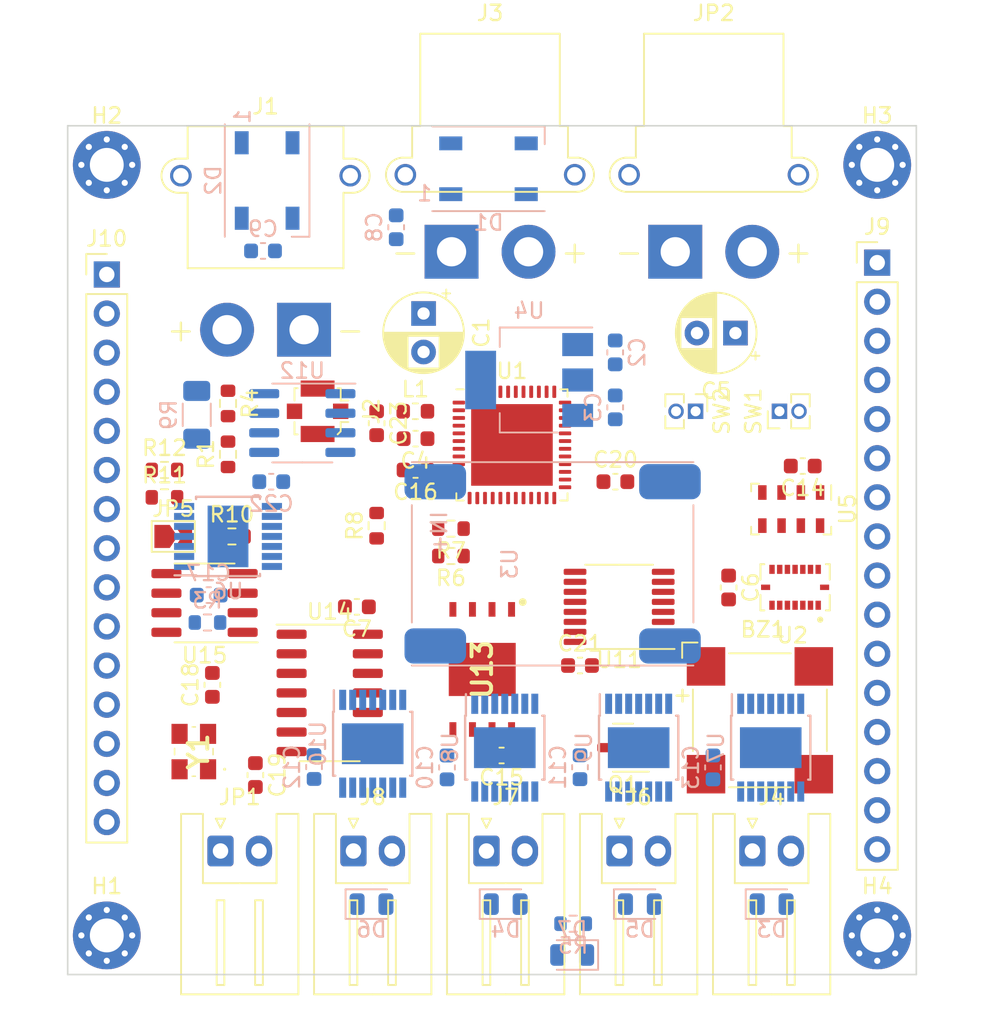
<source format=kicad_pcb>
(kicad_pcb (version 20211014) (generator pcbnew)
  (title_block (rev "1"))
  (layers (0 "F.Cu" signal "Front") (1 "In1.Cu" signal) (2 "In2.Cu" signal) (31 "B.Cu" signal "Back") (34 "B.Paste" user) (35 "F.Paste" user) (36 "B.SilkS" user "B.Silkscreen") (37 "F.SilkS" user "F.Silkscreen") (38 "B.Mask" user) (39 "F.Mask" user) (44 "Edge.Cuts" user))
  (net 0 "")
  (net 1 "+5V")
  (net 2 "Net-(BZ1-Pad2)")
  (net 3 "Earth")
  (net 4 "+BATT")
  (net 5 "/GND")
  (net 6 "VCC")
  (net 7 "+3V3")
  (net 8 "/CAN_CS")
  (net 9 "/FLASH_CS")
  (net 10 "/HSPI_SCK")
  (net 11 "/HSPI_MISO")
  (net 13 "/HSPI_MOSI")
  (net 14 "/BOOTLOADER")
  (net 16 "/PYRO_1")
  (net 17 "/PYRO_2")
  (net 18 "/PYRO_3")
  (net 20 "/SDA1")
  (net 23 "/SCL1")
  (net 26 "Net-(J2-Pad1)")
  (net 27 "Net-(D1-Pad4)")
  (net 30 "/VSPI_SCK")
  (net 31 "/VSPI_MISO")
  (net 32 "/LED_TX")
  (net 33 "/3V3")
  (net 34 "/VSPI_MOSI")
  (net 35 "Net-(U2-Pad12)")
  (net 37 "/PYRO_4")
  (net 38 "/5V")
  (net 39 "/EDDA_EN")
  (net 40 "/EDDA_PWR")
  (net 41 "Net-(C18-Pad1)")
  (net 42 "Net-(C19-Pad1)")
  (net 43 "Net-(D7-Pad1)")
  (net 44 "/RX0")
  (net 45 "/TX0")
  (net 46 "/RX1")
  (net 47 "/CAN_L")
  (net 48 "/CAN_H")
  (net 49 "Net-(JP1-Pad2)")
  (net 50 "/CAN_RX")
  (net 51 "/CAN_TX")
  (net 52 "Net-(JP5-Pad1)")
  (net 53 "/CAN_IRQ")
  (net 58 "/TX1")
  (net 59 "/RX2")
  (net 60 "/TX2")
  (net 61 "/MISC_GPIO0")
  (net 62 "/MISC_GPIO1")
  (net 64 "/MISC_GPIO2")
  (net 67 "/SDA0")
  (net 68 "/SCL0")
  (net 69 "/MISC_IO0")
  (net 70 "/LED_RMT")
  (net 71 "/MISC_IO2")
  (net 72 "/MISC_IO1")
  (net 75 "/MISC_IO3")
  (net 84 "Net-(J1-Pad2)")
  (net 85 "/BUZZER")
  (net 86 "Net-(R8-Pad2)")
  (net 91 "Net-(U1-Pad2)")
  (footprint "lib:SON127P800X600X80-9N-D" (layer "F.Cu") (at 220.282887 133.63 -90)
    (fp_text reference "U13" (at 0 0 90) (layer "F.SilkS") (effects (font (size 1.27 1.27) (thickness 0.254))))
    (fp_text value "W25N02KVZEIR" hide)
    (pad "1" smd rect locked (at -3.9 -1.905) (size 0.45 0.95) (layers "F.Cu" "F.Paste" "F.Mask") (net 9 "/FLASH_CS"))
    (pad "2" smd rect locked (at -3.9 -0.635) (size 0.45 0.95) (layers "F.Cu" "F.Paste" "F.Mask") (net 11 "/HSPI_MISO"))
    (pad "3" smd rect locked (at -3.9 0.635) (size 0.45 0.95) (layers "F.Cu" "F.Paste" "F.Mask") (net 7 "+3V3"))
    (pad "4" smd rect locked (at -3.9 1.905) (size 0.45 0.95) (layers "F.Cu" "F.Paste" "F.Mask") (net 3 "Earth"))
    (pad "5" smd rect locked (at 3.9 1.905) (size 0.45 0.95) (layers "F.Cu" "F.Paste" "F.Mask") (net 13 "/HSPI_MOSI"))
    (pad "6" smd rect locked (at 3.9 0.635) (size 0.45 0.95) (layers "F.Cu" "F.Paste" "F.Mask") (net 10 "/HSPI_SCK"))
    (pad "7" smd rect locked (at 3.9 -0.635) (size 0.45 0.95) (layers "F.Cu" "F.Paste" "F.Mask") (net 7 "+3V3"))
    (pad "8" smd rect locked (at 3.9 -1.905) (size 0.45 0.95) (layers "F.Cu" "F.Paste" "F.Mask") (net 7 "+3V3"))
    (pad "9" smd rect locked (at 0 0 270) (size 3.45 4.35) (layers "F.Cu" "F.Paste" "F.Mask"))
  )
  (footprint "Package_SO:TSSOP-16_4.4x5mm_P0.65mm" (layer "F.Cu") (at 229.172887 129.566 180)
    (fp_text reference "U11" (at 0 -3.45) (layer "F.SilkS"))
    (fp_text value "PCA9557PW")
    (pad "1" smd roundrect (at -2.8625 -2.275 180) (size 1.475 0.4) (layers "F.Cu" "F.Paste" "F.Mask") (net 68 "/SCL0"))
    (pad "2" smd roundrect (at -2.8625 -1.625 180) (size 1.475 0.4) (layers "F.Cu" "F.Paste" "F.Mask") (net 67 "/SDA0"))
    (pad "3" smd roundrect (at -2.8625 -0.975 180) (size 1.475 0.4) (layers "F.Cu" "F.Paste" "F.Mask") (net 7 "+3V3"))
    (pad "4" smd roundrect (at -2.8625 -0.325 180) (size 1.475 0.4) (layers "F.Cu" "F.Paste" "F.Mask") (net 7 "+3V3"))
    (pad "5" smd roundrect (at -2.8625 0.325 180) (size 1.475 0.4) (layers "F.Cu" "F.Paste" "F.Mask") (net 7 "+3V3"))
    (pad "6" smd roundrect (at -2.8625 0.975 180) (size 1.475 0.4) (layers "F.Cu" "F.Paste" "F.Mask"))
    (pad "7" smd roundrect (at -2.8625 1.625 180) (size 1.475 0.4) (layers "F.Cu" "F.Paste" "F.Mask") (net 18 "/PYRO_3"))
    (pad "8" smd roundrect (at -2.8625 2.275 180) (size 1.475 0.4) (layers "F.Cu" "F.Paste" "F.Mask") (net 3 "Earth"))
    (pad "9" smd roundrect (at 2.8625 2.275 180) (size 1.475 0.4) (layers "F.Cu" "F.Paste" "F.Mask") (net 37 "/PYRO_4"))
    (pad "10" smd roundrect (at 2.8625 1.625 180) (size 1.475 0.4) (layers "F.Cu" "F.Paste" "F.Mask") (net 39 "/EDDA_EN"))
    (pad "11" smd roundrect (at 2.8625 0.975 180) (size 1.475 0.4) (layers "F.Cu" "F.Paste" "F.Mask"))
    (pad "12" smd roundrect (at 2.8625 0.325 180) (size 1.475 0.4) (layers "F.Cu" "F.Paste" "F.Mask") (net 71 "/MISC_IO2"))
    (pad "13" smd roundrect (at 2.8625 -0.325 180) (size 1.475 0.4) (layers "F.Cu" "F.Paste" "F.Mask") (net 75 "/MISC_IO3"))
    (pad "14" smd roundrect (at 2.8625 -0.975 180) (size 1.475 0.4) (layers "F.Cu" "F.Paste" "F.Mask"))
    (pad "15" smd roundrect (at 2.8625 -1.625 180) (size 1.475 0.4) (layers "F.Cu" "F.Paste" "F.Mask") (net 7 "+3V3"))
    (pad "16" smd roundrect (at 2.8625 -2.275 180) (size 1.475 0.4) (layers "F.Cu" "F.Paste" "F.Mask") (net 7 "+3V3"))
  )
  (footprint "Connector_JST:JST_XH_S2B-XH-A_1x02_P2.50mm_Horizontal" (layer "F.Cu") (at 203.284887 145.42)
    (fp_text reference "JP1" (at 1.25 -3.5) (layer "F.SilkS"))
    (fp_text value "power switch")
    (pad "1" thru_hole roundrect (at 0 0) (size 1.7 2) (drill 1) (layers *.Cu *.Mask) (roundrect_rratio 0.147059) (net 3 "Earth"))
    (pad "2" thru_hole oval (at 2.5 0) (size 1.7 2) (drill 1) (layers *.Cu *.Mask) (net 49 "Net-(JP1-Pad2)"))
  )
  (footprint "Capacitor_THT:CP_Radial_D5.0mm_P2.50mm" (layer "F.Cu") (at 216.472887 110.516 -90)
    (fp_text reference "C1" (at 1.25 -3.75 90) (layer "F.SilkS"))
    (fp_text value "vcc_cap")
    (pad "1" thru_hole rect (at 0 0 270) (size 1.6 1.6) (drill 0.8) (layers *.Cu *.Mask) (net 3 "Earth"))
    (pad "2" thru_hole circle (at 2.5 0 270) (size 1.6 1.6) (drill 0.8) (layers *.Cu *.Mask) (net 6 "VCC"))
  )
  (footprint "Package_SO:SOIC-8_3.9x4.9mm_P1.27mm" (layer "F.Cu") (at 202.248887 129.312 180)
    (fp_text reference "U15" (at 0 -3.4) (layer "F.SilkS"))
    (fp_text value "SN65HVD230")
    (pad "1" smd roundrect (at -2.475 -1.905 180) (size 1.95 0.6) (layers "F.Cu" "F.Paste" "F.Mask") (net 51 "/CAN_TX"))
    (pad "2" smd roundrect (at -2.475 -0.635 180) (size 1.95 0.6) (layers "F.Cu" "F.Paste" "F.Mask") (net 3 "Earth"))
    (pad "3" smd roundrect (at -2.475 0.635 180) (size 1.95 0.6) (layers "F.Cu" "F.Paste" "F.Mask") (net 7 "+3V3"))
    (pad "4" smd roundrect (at -2.475 1.905 180) (size 1.95 0.6) (layers "F.Cu" "F.Paste" "F.Mask") (net 50 "/CAN_RX"))
    (pad "5" smd roundrect (at 2.475 1.905 180) (size 1.95 0.6) (layers "F.Cu" "F.Paste" "F.Mask") (net 7 "+3V3"))
    (pad "6" smd roundrect (at 2.475 0.635 180) (size 1.95 0.6) (layers "F.Cu" "F.Paste" "F.Mask") (net 47 "/CAN_L"))
    (pad "7" smd roundrect (at 2.475 -0.635 180) (size 1.95 0.6) (layers "F.Cu" "F.Paste" "F.Mask") (net 48 "/CAN_H"))
    (pad "8" smd roundrect (at 2.475 -1.905 180) (size 1.95 0.6) (layers "F.Cu" "F.Paste" "F.Mask") (net 3 "Earth"))
  )
  (footprint "Connector_JST:JST_XH_S2B-XH-A_1x02_P2.50mm_Horizontal" (layer "F.Cu") (at 220.556887 145.42)
    (fp_text reference "J7" (at 1.25 -3.5) (layer "F.SilkS"))
    (fp_text value "Conn_01x02")
    (pad "1" thru_hole roundrect (at 0 0) (size 1.7 2) (drill 1) (layers *.Cu *.Mask) (roundrect_rratio 0.147059) (net 3 "Earth"))
    (pad "2" thru_hole oval (at 2.5 0) (size 1.7 2) (drill 1) (layers *.Cu *.Mask) (net 18 "/PYRO_3"))
  )
  (footprint "Capacitor_SMD:C_0603_1608Metric" (layer "F.Cu") (at 236.284887 128.309 -90)
    (fp_text reference "C6" (at 0 -1.43 90) (layer "F.SilkS"))
    (fp_text value "0.1u")
    (pad "1" smd roundrect (at -0.775 0 270) (size 0.9 0.95) (layers "F.Cu" "F.Paste" "F.Mask") (net 7 "+3V3"))
    (pad "2" smd roundrect (at 0.775 0 270) (size 0.9 0.95) (layers "F.Cu" "F.Paste" "F.Mask") (net 3 "Earth"))
  )
  (footprint "Connector_JST:JST_XH_S2B-XH-A_1x02_P2.50mm_Horizontal" (layer "F.Cu") (at 229.192887 145.42)
    (fp_text reference "J6" (at 1.25 -3.5) (layer "F.SilkS"))
    (fp_text value "Conn_01x02")
    (pad "1" thru_hole roundrect (at 0 0) (size 1.7 2) (drill 1) (layers *.Cu *.Mask) (roundrect_rratio 0.147059) (net 3 "Earth"))
    (pad "2" thru_hole oval (at 2.5 0) (size 1.7 2) (drill 1) (layers *.Cu *.Mask) (net 17 "/PYRO_2"))
  )
  (footprint "Resistor_SMD:R_0603_1608Metric" (layer "F.Cu") (at 199.645887 122.454)
    (fp_text reference "R11" (at 0 -1.43) (layer "F.SilkS"))
    (fp_text value "2k2")
    (pad "1" smd roundrect (at -0.825 0) (size 0.8 0.95) (layers "F.Cu" "F.Paste" "F.Mask") (net 20 "/SDA1"))
    (pad "2" smd roundrect (at 0.825 0) (size 0.8 0.95) (layers "F.Cu" "F.Paste" "F.Mask") (net 7 "+3V3"))
  )
  (footprint "Capacitor_SMD:C_0603_1608Metric" (layer "F.Cu") (at 226.632887 133.376)
    (fp_text reference "C21" (at 0 -1.43) (layer "F.SilkS"))
    (fp_text value "0.1u")
    (pad "1" smd roundrect (at -0.775 0) (size 0.9 0.95) (layers "F.Cu" "F.Paste" "F.Mask") (net 7 "+3V3"))
    (pad "2" smd roundrect (at 0.775 0) (size 0.9 0.95) (layers "F.Cu" "F.Paste" "F.Mask") (net 3 "Earth"))
  )
  (footprint "Connector_PinHeader_1.27mm:PinHeader_1x02_P1.27mm_Vertical" (layer "F.Cu") (at 234.140887 116.866 -90)
    (fp_text reference "SW2" (at 0 -1.695 90) (layer "F.SilkS"))
    (fp_text value "SW_SPST")
    (pad "1" thru_hole rect (at 0 0 270) (size 1 1) (drill 0.65) (layers *.Cu *.Mask) (net 3 "Earth"))
    (pad "2" thru_hole oval (at 0 1.27 270) (size 1 1) (drill 0.65) (layers *.Cu *.Mask) (net 86 "Net-(R8-Pad2)"))
  )
  (footprint "Connector_PinHeader_1.27mm:PinHeader_1x02_P1.27mm_Vertical" (layer "F.Cu") (at 239.586887 116.866 90)
    (fp_text reference "SW1" (at 0 -1.695 90) (layer "F.SilkS"))
    (fp_text value "SW_SPST")
    (pad "1" thru_hole rect (at 0 0 90) (size 1 1) (drill 0.65) (layers *.Cu *.Mask) (net 14 "/BOOTLOADER"))
    (pad "2" thru_hole oval (at 0 1.27 90) (size 1 1) (drill 0.65) (layers *.Cu *.Mask) (net 3 "Earth"))
  )
  (footprint "Package_TO_SOT_SMD:SOT-23" (layer "F.Cu") (at 229.426887 138.71 180)
    (fp_text reference "Q1" (at 0 -2.4) (layer "F.SilkS"))
    (fp_text value "FDN359BN")
    (pad "1" smd roundrect (at -0.9375 -0.95 180) (size 1.475 0.6) (layers "F.Cu" "F.Paste" "F.Mask") (net 85 "/BUZZER"))
    (pad "2" smd roundrect (at -0.9375 0.95 180) (size 1.475 0.6) (layers "F.Cu" "F.Paste" "F.Mask") (net 3 "Earth"))
    (pad "3" smd roundrect (at 0.9375 0 180) (size 1.475 0.6) (layers "F.Cu" "F.Paste" "F.Mask") (net 2 "Net-(BZ1-Pad2)"))
  )
  (footprint "MountingHole:MountingHole_2.2mm_M2_Pad_Via" (layer "F.Cu") (at 195.898887 100.864)
    (fp_text reference "H2" (at 0 -3.2) (layer "F.SilkS"))
    (fp_text value "MountingHole_Pad")
    (pad "1" thru_hole circle (at 1.166726 1.166726) (size 0.7 0.7) (drill 0.4) (layers *.Cu *.Mask) (net 3 "Earth"))
    (pad "1" thru_hole circle (at 0 -1.65) (size 0.7 0.7) (drill 0.4) (layers *.Cu *.Mask) (net 3 "Earth"))
    (pad "1" thru_hole circle (at 0 1.65) (size 0.7 0.7) (drill 0.4) (layers *.Cu *.Mask) (net 3 "Earth"))
    (pad "1" thru_hole circle (at -1.65 0) (size 0.7 0.7) (drill 0.4) (layers *.Cu *.Mask) (net 3 "Earth"))
    (pad "1" thru_hole circle (at 1.65 0) (size 0.7 0.7) (drill 0.4) (layers *.Cu *.Mask) (net 3 "Earth"))
    (pad "1" thru_hole circle (at 0 0) (size 4.4 4.4) (drill 2.2) (layers *.Cu *.Mask) (net 3 "Earth"))
    (pad "1" thru_hole circle (at -1.166726 -1.166726) (size 0.7 0.7) (drill 0.4) (layers *.Cu *.Mask) (net 3 "Earth"))
    (pad "1" thru_hole circle (at 1.166726 -1.166726) (size 0.7 0.7) (drill 0.4) (layers *.Cu *.Mask) (net 3 "Earth"))
    (pad "1" thru_hole circle (at -1.166726 1.166726) (size 0.7 0.7) (drill 0.4) (layers *.Cu *.Mask) (net 3 "Earth"))
  )
  (footprint "Buzzer_Beeper:MagneticBuzzer_CUI_CMT-8504-100-SMT" (layer "F.Cu") (at 238.316887 136.932)
    (fp_text reference "BZ1" (at 0.2 -5.9) (layer "F.SilkS"))
    (fp_text value "CMT-8504-100")
    (fp_text user "+" (at -5.1 -1.6 90) (layer "F.SilkS"))
    (pad "1" smd rect (at -3.5 -3.5 270) (size 2.5 2.5) (layers "F.Cu" "F.Paste" "F.Mask") (net 1 "+5V"))
    (pad "2" smd rect (at -3.5 3.5 270) (size 2.5 2.5) (layers "F.Cu" "F.Paste" "F.Mask") (net 2 "Net-(BZ1-Pad2)"))
    (pad "3" smd rect (at 3.5 3.5 270) (size 2.5 2.5) (layers "F.Cu" "F.Paste" "F.Mask"))
    (pad "4" smd rect (at 3.5 -3.5 270) (size 2.5 2.5) (layers "F.Cu" "F.Paste" "F.Mask"))
  )
  (footprint "Connector_PinHeader_2.54mm:PinHeader_1x15_P2.54mm_Vertical" (layer "F.Cu") (at 195.898887 107.981)
    (fp_text reference "J10" (at 0 -2.33) (layer "F.SilkS"))
    (fp_text value "Conn_01x15")
    (pad "1" thru_hole rect (at 0 0) (size 1.7 1.7) (drill 1) (layers *.Cu *.Mask) (net 5 "/GND"))
    (pad "2" thru_hole oval (at 0 2.54) (size 1.7 1.7) (drill 1) (layers *.Cu *.Mask) (net 5 "/GND"))
    (pad "3" thru_hole oval (at 0 5.08) (size 1.7 1.7) (drill 1) (layers *.Cu *.Mask) (net 6 "VCC"))
    (pad "4" thru_hole oval (at 0 7.62) (size 1.7 1.7) (drill 1) (layers *.Cu *.Mask) (net 6 "VCC"))
    (pad "5" thru_hole oval (at 0 10.16) (size 1.7 1.7) (drill 1) (layers *.Cu *.Mask) (net 33 "/3V3"))
    (pad "6" thru_hole oval (at 0 12.7) (size 1.7 1.7) (drill 1) (layers *.Cu *.Mask) (net 23 "/SCL1"))
    (pad "7" thru_hole oval (at 0 15.24) (size 1.7 1.7) (drill 1) (layers *.Cu *.Mask) (net 20 "/SDA1"))
    (pad "8" thru_hole oval (at 0 17.78) (size 1.7 1.7) (drill 1) (layers *.Cu *.Mask) (net 5 "/GND"))
    (pad "9" thru_hole oval (at 0 20.32) (size 1.7 1.7) (drill 1) (layers *.Cu *.Mask) (net 47 "/CAN_L"))
    (pad "10" thru_hole oval (at 0 22.86) (size 1.7 1.7) (drill 1) (layers *.Cu *.Mask) (net 48 "/CAN_H"))
    (pad "11" thru_hole oval (at 0 25.4) (size 1.7 1.7) (drill 1) (layers *.Cu *.Mask) (net 38 "/5V"))
    (pad "12" thru_hole oval (at 0 27.94) (size 1.7 1.7) (drill 1) (layers *.Cu *.Mask) (net 6 "VCC"))
    (pad "13" thru_hole oval (at 0 30.48) (size 1.7 1.7) (drill 1) (layers *.Cu *.Mask) (net 6 "VCC"))
    (pad "14" thru_hole oval (at 0 33.02) (size 1.7 1.7) (drill 1) (layers *.Cu *.Mask) (net 5 "/GND"))
    (pad "15" thru_hole oval (at 0 35.56) (size 1.7 1.7) (drill 1) (layers *.Cu *.Mask) (net 5 "/GND"))
  )
  (footprint "Resistor_SMD:R_0603_1608Metric" (layer "F.Cu") (at 203.772887 116.358 -90)
    (fp_text reference "R4" (at 0 -1.43 90) (layer "F.SilkS"))
    (fp_text value "2.2k")
    (pad "1" smd roundrect (at -0.825 0 270) (size 0.8 0.95) (layers "F.Cu" "F.Paste" "F.Mask") (net 4 "+BATT"))
    (pad "2" smd roundrect (at 0.825 0 270) (size 0.8 0.95) (layers "F.Cu" "F.Paste" "F.Mask") (net 49 "Net-(JP1-Pad2)"))
  )
  (footprint "Capacitor_SMD:C_0603_1608Metric" (layer "F.Cu") (at 213.424887 117.641 -90)
    (fp_text reference "C23" (at 0 -1.43 90) (layer "F.SilkS"))
    (fp_text value "tbd")
    (pad "1" smd roundrect (at -0.775 0 270) (size 0.9 0.95) (layers "F.Cu" "F.Paste" "F.Mask") (net 26 "Net-(J2-Pad1)"))
    (pad "2" smd roundrect (at 0.775 0 270) (size 0.9 0.95) (layers "F.Cu" "F.Paste" "F.Mask") (net 3 "Earth"))
  )
  (footprint "MountingHole:MountingHole_2.2mm_M2_Pad_Via" (layer "F.Cu") (at 245.936887 150.902)
    (fp_text reference "H4" (at 0 -3.2) (layer "F.SilkS"))
    (fp_text value "MountingHole_Pad")
    (pad "1" thru_hole circle (at -1.166726 -1.166726) (size 0.7 0.7) (drill 0.4) (layers *.Cu *.Mask) (net 3 "Earth"))
    (pad "1" thru_hole circle (at 0 0) (size 4.4 4.4) (drill 2.2) (layers *.Cu *.Mask) (net 3 "Earth"))
    (pad "1" thru_hole circle (at -1.166726 1.166726) (size 0.7 0.7) (drill 0.4) (layers *.Cu *.Mask) (net 3 "Earth"))
    (pad "1" thru_hole circle (at 1.166726 1.166726) (size 0.7 0.7) (drill 0.4) (layers *.Cu *.Mask) (net 3 "Earth"))
    (pad "1" thru_hole circle (at 1.65 0) (size 0.7 0.7) (drill 0.4) (layers *.Cu *.Mask) (net 3 "Earth"))
    (pad "1" thru_hole circle (at 1.166726 -1.166726) (size 0.7 0.7) (drill 0.4) (layers *.Cu *.Mask) (net 3 "Earth"))
    (pad "1" thru_hole circle (at -1.65 0) (size 0.7 0.7) (drill 0.4) (layers *.Cu *.Mask) (net 3 "Earth"))
    (pad "1" thru_hole circle (at 0 1.65) (size 0.7 0.7) (drill 0.4) (layers *.Cu *.Mask) (net 3 "Earth"))
    (pad "1" thru_hole circle (at 0 -1.65) (size 0.7 0.7) (drill 0.4) (layers *.Cu *.Mask) (net 3 "Earth"))
  )
  (footprint "Capacitor_SMD:C_0603_1608Metric" (layer "F.Cu") (at 228.931887 121.438)
    (fp_text reference "C20" (at 0 -1.43) (layer "F.SilkS"))
    (fp_text value "4.7u")
    (pad "1" smd roundrect (at -0.775 0) (size 0.9 0.95) (layers "F.Cu" "F.Paste" "F.Mask") (net 7 "+3V3"))
    (pad "2" smd roundrect (at 0.775 0) (size 0.9 0.95) (layers "F.Cu" "F.Paste" "F.Mask") (net 3 "Earth"))
  )
  (footprint "Resistor_SMD:R_0603_1608Metric" (layer "F.Cu") (at 204.026887 124.994)
    (fp_text reference "R10" (at 0 -1.43) (layer "F.SilkS"))
    (fp_text value "120")
    (pad "1" smd roundrect (at -0.825 0) (size 0.8 0.95) (layers "F.Cu" "F.Paste" "F.Mask") (net 52 "Net-(JP5-Pad1)"))
    (pad "2" smd roundrect (at 0.825 0) (size 0.8 0.95) (layers "F.Cu" "F.Paste" "F.Mask") (net 47 "/CAN_L"))
  )
  (footprint "Jumper:SolderJumper-2_P1.3mm_Open_TrianglePad1.0x1.5mm" (layer "F.Cu") (at 200.216887 124.994)
    (fp_text reference "JP5" (at 0 -1.8) (layer "F.SilkS"))
    (fp_text value "SolderJumper_2_Open")
    (pad "1" smd custom (at -0.725 0) (size 0.3 0.3) (layers "F.Cu" "F.Mask") (net 52 "Net-(JP5-Pad1)") (options (clearance outline) (anchor rect)) (primitives (gr_poly (pts (xy 1 0) (xy 0.5 0.75) (xy -0.5 0.75) (xy -0.5 -0.75) (xy 0.5 -0.75)) (width 0) (fill yes))))
    (pad "2" smd custom (at 0.725 0) (size 0.3 0.3) (layers "F.Cu" "F.Mask") (net 48 "/CAN_H") (options (clearance outline) (anchor rect)) (primitives (gr_poly (pts (xy 0.5 0.75) (xy -0.65 0.75) (xy -0.15 0) (xy -0.65 -0.75) (xy 0.5 -0.75)) (width 0) (fill yes))))
  )
  (footprint "Connector_AMASS:AMASS_XT30PW-M_1x02_P2.50mm_Horizontal" (layer "F.Cu") (at 208.711287 111.5682)
    (fp_text reference "J1" (at -2.5 -14.5) (layer "F.SilkS"))
    (fp_text value "xt30")
    (fp_text user "-" (at 3 0) (layer "F.SilkS") (effects (font (size 1.5 1.5))))
    (fp_text user "+" (at -8 0) (layer "F.SilkS") (effects (font (size 1.5 1.5))))
    (pad "" thru_hole circle (at 3 -10) (size 1.4 1.4) (drill 1) (layers *.Cu *.Mask))
    (pad "" thru_hole circle (at -8 -10) (size 1.4 1.4) (drill 1) (layers *.Cu *.Mask))
    (pad "1" thru_hole rect (at 0 0) (size 3.5 3.5) (drill 1.9) (layers *.Cu *.Mask) (net 3 "Earth"))
    (pad "2" thru_hole circle (at -5 0) (size 3.5 3.5) (drill 1.9) (layers *.Cu *.Mask) (net 84 "Net-(J1-Pad2)"))
  )
  (footprint "Package_SO:SOIC-14_3.9x8.7mm_P1.27mm" (layer "F.Cu") (at 210.376887 135.154)
    (fp_text reference "U14" (at 0 -5.28) (layer "F.SilkS"))
    (fp_text value "MCP2517FD-xSL")
    (pad "1" smd roundrect (at -2.475 -3.81) (size 1.95 0.6) (layers "F.Cu" "F.Paste" "F.Mask") (net 51 "/CAN_TX"))
    (pad "2" smd roundrect (at -2.475 -2.54) (size 1.95 0.6) (layers "F.Cu" "F.Paste" "F.Mask") (net 50 "/CAN_RX"))
    (pad "3" smd roundrect (at -2.475 -1.27) (size 1.95 0.6) (layers "F.Cu" "F.Paste" "F.Mask"))
    (pad "4" smd roundrect (at -2.475 0) (size 1.95 0.6) (layers "F.Cu" "F.Paste" "F.Mask") (net 53 "/CAN_IRQ"))
    (pad "5" smd roundrect (at -2.475 1.27) (size 1.95 0.6) (layers "F.Cu" "F.Paste" "F.Mask") (net 41 "Net-(C18-Pad1)"))
    (pad "6" smd roundrect (at -2.475 2.54) (size 1.95 0.6) (layers "F.Cu" "F.Paste" "F.Mask") (net 42 "Net-(C19-Pad1)"))
    (pad "7" smd roundrect (at -2.475 3.81) (size 1.95 0.6) (layers "F.Cu" "F.Paste" "F.Mask") (net 3 "Earth"))
    (pad "8" smd roundrect (at 2.475 3.81) (size 1.95 0.6) (layers "F.Cu" "F.Paste" "F.Mask"))
    (pad "9" smd roundrect (at 2.475 2.54) (size 1.95 0.6) (layers "F.Cu" "F.Paste" "F.Mask"))
    (pad "10" smd roundrect (at 2.475 1.27) (size 1.95 0.6) (layers "F.Cu" "F.Paste" "F.Mask") (net 10 "/HSPI_SCK"))
    (pad "11" smd roundrect (at 2.475 0) (size 1.95 0.6) (layers "F.Cu" "F.Paste" "F.Mask") (net 13 "/HSPI_MOSI"))
    (pad "12" smd roundrect (at 2.475 -1.27) (size 1.95 0.6) (layers "F.Cu" "F.Paste" "F.Mask") (net 11 "/HSPI_MISO"))
    (pad "13" smd roundrect (at 2.475 -2.54) (size 1.95 0.6) (layers "F.Cu" "F.Paste" "F.Mask") (net 8 "/CAN_CS"))
    (pad "14" smd roundrect (at 2.475 -3.81) (size 1.95 0.6) (layers "F.Cu" "F.Paste" "F.Mask") (net 7 "+3V3"))
  )
  (footprint "Capacitor_SMD:C_0603_1608Metric" (layer "F.Cu") (at 241.097887 120.422 180)
    (fp_text reference "C14" (at 0 -1.43) (layer "F.SilkS"))
    (fp_text value "0.1u")
    (pad "1" smd roundrect (at -0.775 0 180) (size 0.9 0.95) (layers "F.Cu" "F.Paste" "F.Mask") (net 7 "+3V3"))
    (pad "2" smd roundrect (at 0.775 0 180) (size 0.9 0.95) (layers "F.Cu" "F.Paste" "F.Mask") (net 3 "Earth"))
  )
  (footprint "Capacitor_SMD:C_0603_1608Metric" (layer "F.Cu") (at 221.539887 139.218 180)
    (fp_text reference "C15" (at 0 -1.43) (layer "F.SilkS"))
    (fp_text value "0.1u")
    (pad "1" smd roundrect (at -0.775 0 180) (size 0.9 0.95) (layers "F.Cu" "F.Paste" "F.Mask") (net 7 "+3V3"))
    (pad "2" smd roundrect (at 0.775 0 180) (size 0.9 0.95) (layers "F.Cu" "F.Paste" "F.Mask") (net 3 "Earth"))
  )
  (footprint "Connector_JST:JST_XH_S2B-XH-A_1x02_P2.50mm_Horizontal" (layer "F.Cu") (at 237.828887 145.42)
    (fp_text reference "J4" (at 1.25 -3.5) (layer "F.SilkS"))
    (fp_text value "Conn_01x02")
    (pad "1" thru_hole roundrect (at 0 0) (size 1.7 2) (drill 1) (layers *.Cu *.Mask) (roundrect_rratio 0.147059) (net 3 "Earth"))
    (pad "2" thru_hole oval (at 2.5 0) (size 1.7 2) (drill 1) (layers *.Cu *.Mask) (net 16 "/PYRO_1"))
  )
  (footprint "Package_LGA:LGA-8_3x5mm_P1.25mm" (layer "F.Cu") (at 240.348887 123.216 -90)
    (fp_text reference "U5" (at 0 -3.65 -270) (layer "F.SilkS"))
    (fp_text value "MS5611-01BA")
    (pad "1" smd rect (at -1.075 -1.875 270) (size 0.95 0.55) (layers "F.Cu" "F.Paste" "F.Mask") (net 7 "+3V3"))
    (pad "2" smd rect (at -1.075 -0.625 270) (size 0.95 0.55) (layers "F.Cu" "F.Paste" "F.Mask") (net 7 "+3V3"))
    (pad "3" smd rect (at -1.075 0.625 270) (size 0.95 0.55) (layers "F.Cu" "F.Paste" "F.Mask") (net 3 "Earth"))
    (pad "4" smd rect (at -1.075 1.875 270) (size 0.95 0.55) (layers "F.Cu" "F.Paste" "F.Mask") (net 3 "Earth"))
    (pad "5" smd rect (at 1.075 1.875 270) (size 0.95 0.55) (layers "F.Cu" "F.Paste" "F.Mask") (net 3 "Earth"))
    (pad "6" smd rect (at 1.075 0.625 270) (size 0.95 0.55) (layers "F.Cu" "F.Paste" "F.Mask"))
    (pad "7" smd rect (at 1.075 -0.625 270) (size 0.95 0.55) (layers "F.Cu" "F.Paste" "F.Mask") (net 67 "/SDA0"))
    (pad "8" smd rect (at 1.075 -1.875 270) (size 0.95 0.55) (layers "F.Cu" "F.Paste" "F.Mask") (net 68 "/SCL0"))
  )
  (footprint "MountingHole:MountingHole_2.2mm_M2_Pad_Via" (layer "F.Cu") (at 245.936887 100.864)
    (fp_text reference "H3" (at 0 -3.2) (layer "F.SilkS"))
    (fp_text value "MountingHole_Pad")
    (pad "1" thru_hole circle (at 0 1.65) (size 0.7 0.7) (drill 0.4) (layers *.Cu *.Mask) (net 3 "Earth"))
    (pad "1" thru_hole circle (at 0 -1.65) (size 0.7 0.7) (drill 0.4) (layers *.Cu *.Mask) (net 3 "Earth"))
    (pad "1" thru_hole circle (at -1.65 0) (size 0.7 0.7) (drill 0.4) (layers *.Cu *.Mask) (net 3 "Earth"))
    (pad "1" thru_hole circle (at 1.65 0) (size 0.7 0.7) (drill 0.4) (layers *.Cu *.Mask) (net 3 "Earth"))
    (pad "1" thru_hole circle (at 1.166726 -1.166726) (size 0.7 0.7) (drill 0.4) (layers *.Cu *.Mask) (net 3 "Earth"))
    (pad "1" thru_hole circle (at -1.166726 -1.166726) (size 0.7 0.7) (drill 0.4) (layers *.Cu *.Mask) (net 3 "Earth"))
    (pad "1" thru_hole circle (at -1.166726 1.166726) (size 0.7 0.7) (drill 0.4) (layers *.Cu *.Mask) (net 3 "Earth"))
    (pad "1" thru_hole circle (at 0 0) (size 4.4 4.4) (drill 2.2) (layers *.Cu *.Mask) (net 3 "Earth"))
    (pad "1" thru_hole circle (at 1.166726 1.166726) (size 0.7 0.7) (drill 0.4) (layers *.Cu *.Mask) (net 3 "Earth"))
  )
  (footprint "Inductor_SMD:L_0603_1608Metric" (layer "F.Cu") (at 215.939387 116.866)
    (fp_text reference "L1" (at 0 -1.43) (layer "F.SilkS"))
    (fp_text value "tbd")
    (pad "1" smd roundrect (at -0.7875 0) (size 0.875 0.95) (layers "F.Cu" "F.Paste" "F.Mask") (net 26 "Net-(J2-Pad1)"))
    (pad "2" smd roundrect (at 0.7875 0) (size 0.875 0.95) (layers "F.Cu" "F.Paste" "F.Mask") (net 91 "Net-(U1-Pad2)"))
  )
  (footprint "Connector_AMASS:AMASS_XT30PW-F_1x02_P2.50mm_Horizontal" (layer "F.Cu") (at 232.819687 106.506)
    (fp_text reference "JP2" (at 2.5 -15.5) (layer "F.SilkS"))
    (fp_text value "pyro_arm")
    (fp_text user "+" (at 8 0) (layer "F.SilkS") (effects (font (size 1.5 1.5))))
    (fp_text user "-" (at -3 0) (layer "F.SilkS") (effects (font (size 1.5 1.5))))
    (pad "" thru_hole circle (at 8 -5) (size 1.4 1.4) (drill 1) (layers *.Cu *.Mask))
    (pad "" thru_hole circle (at -3 -5 90) (size 1.4 1.4) (drill 1) (layers *.Cu *.Mask))
    (pad "1" thru_hole rect (at 0 0) (size 3.5 3.5) (drill 1.9) (layers *.Cu *.Mask) (net 3 "Earth"))
    (pad "2" thru_hole circle (at 5 0) (size 3.5 3.5) (drill 1.9) (layers *.Cu *.Mask) (net 40 "/EDDA_PWR"))
  )
  (footprint "Package_DFN_QFN:QFN-48-1EP_7x7mm_P0.5mm_EP5.3x5.3mm" (layer "F.Cu") (at 222.212887 119.05)
    (fp_text reference "U1" (at 0 -4.8) (layer "F.SilkS"))
    (fp_text value "ESP32-PICO-D4")
    (pad "1" smd roundrect (at -3.45 -2.75) (size 0.8 0.25) (layers "F.Cu" "F.Paste" "F.Mask") (net 7 "+3V3"))
    (pad "2" smd roundrect (at -3.45 -2.25) (size 0.8 0.25) (layers "F.Cu" "F.Paste" "F.Mask") (net 91 "Net-(U1-Pad2)"))
    (pad "3" smd roundrect (at -3.45 -1.75) (size 0.8 0.25) (layers "F.Cu" "F.Paste" "F.Mask") (net 7 "+3V3"))
    (pad "4" smd roundrect (at -3.45 -1.25) (size 0.8 0.25) (layers "F.Cu" "F.Paste" "F.Mask") (net 7 "+3V3"))
    (pad "5" smd roundrect (at -3.45 -0.75) (size 0.8 0.25) (layers "F.Cu" "F.Paste" "F.Mask") (net 59 "/RX2"))
    (pad "6" smd roundrect (at -3.45 -0.25) (size 0.8 0.25) (layers "F.Cu" "F.Paste" "F.Mask") (net 46 "/RX1"))
    (pad "7" smd roundrect (at -3.45 0.25) (size 0.8 0.25) (layers "F.Cu" "F.Paste" "F.Mask"))
    (pad "8" smd roundrect (at -3.45 0.75) (size 0.8 0.25) (layers "F.Cu" "F.Paste" "F.Mask"))
    (pad "9" smd roundrect (at -3.45 1.25) (size 0.8 0.25) (layers "F.Cu" "F.Paste" "F.Mask") (net 86 "Net-(R8-Pad2)"))
    (pad "10" smd roundrect (at -3.45 1.75) (size 0.8 0.25) (layers "F.Cu" "F.Paste" "F.Mask") (net 31 "/VSPI_MISO"))
    (pad "11" smd roundrect (at -3.45 2.25) (size 0.8 0.25) (layers "F.Cu" "F.Paste" "F.Mask") (net 53 "/CAN_IRQ"))
    (pad "12" smd roundrect (at -3.45 2.75) (size 0.8 0.25) (layers "F.Cu" "F.Paste" "F.Mask") (net 67 "/SDA0"))
    (pad "13" smd roundrect (at -2.75 3.45) (size 0.25 0.8) (layers "F.Cu" "F.Paste" "F.Mask") (net 68 "/SCL0"))
    (pad "14" smd roundrect (at -2.25 3.45) (size 0.25 0.8) (layers "F.Cu" "F.Paste" "F.Mask") (net 23 "/SCL1"))
    (pad "15" smd roundrect (at -1.75 3.45) (size 0.25 0.8) (layers "F.Cu" "F.Paste" "F.Mask") (net 58 "/TX1"))
    (pad "16" smd roundrect (at -1.25 3.45) (size 0.25 0.8) (layers "F.Cu" "F.Paste" "F.Mask") (net 60 "/TX2"))
    (pad "17" smd roundrect (at -0.75 3.45) (size 0.25 0.8) (layers "F.Cu" "F.Paste" "F.Mask") (net 10 "/HSPI_SCK"))
    (pad "18" smd roundrect (at -0.25 3.45) (size 0.25 0.8) (layers "F.Cu" "F.Paste" "F.Mask") (net 11 "/HSPI_MISO"))
    (pad "19" smd roundrect (at 0.25 3.45) (size 0.25 0.8) (layers "F.Cu" "F.Paste" "F.Mask") (net 7 "+3V3"))
    (pad "20" smd roundrect (at 0.75 3.45) (size 0.25 0.8) (layers "F.Cu" "F.Paste" "F.Mask") (net 13 "/HSPI_MOSI"))
    (pad "21" smd roundrect (at 1.25 3.45) (size 0.25 0.8) (layers "F.Cu" "F.Paste" "F.Mask") (net 16 "/PYRO_1"))
    (pad "22" smd roundrect (at 1.75 3.45) (size 0.25 0.8) (layers "F.Cu" "F.Paste" "F.Mask") (net 69 "/MISC_IO0"))
    (pad "23" smd roundrect (at 2.25 3.45) (size 0.25 0.8) (layers "F.Cu" "F.Paste" "F.Mask") (net 14 "/BOOTLOADER"))
    (pad "24" smd roundrect (at 2.75 3.45) (size 0.25 0.8) (layers "F.Cu" "F.Paste" "F.Mask") (net 69 "/MISC_IO0"))
    (pad "25" smd roundrect (at 3.45 2.75) (size 0.8 0.25) (layers "F.Cu" "F.Paste" "F.Mask"))
    (pad "26" smd roundrect (at 3.45 2.25) (size 0.8 0.25) (layers "F.Cu" "F.Paste" "F.Mask") (net 7 "+3V3"))
    (pad "27" smd roundrect (at 3.45 1.75) (size 0.8 0.25) (layers "F.Cu" "F.Paste" "F.Mask"))
    (pad "28" smd roundrect (at 3.45 1.25) (size 0.8 0.25) (layers "F.Cu" "F.Paste" "F.Mask") (net 30 "/VSPI_SCK"))
    (pad "29" smd roundrect (at 3.45 0.75) (size 0.8 0.25) (layers "F.Cu" "F.Paste" "F.Mask") (net 72 "/MISC_IO1"))
    (pad "30" smd roundrect (at 3.45 0.25) (size 0.8 0.25) (layers "F.Cu" "F.Paste" "F.Mask"))
    (pad "31" smd roundrect (at 3.45 -0.25) (size 0.8 0.25) (layers "F.Cu" "F.Paste" "F.Mask"))
    (pad "32" smd roundrect (at 3.45 -0.75) (size 0.8 0.25) (layers "F.Cu" "F.Paste" "F.Mask"))
    (pad "33" smd roundrect (at 3.45 -1.25) (size 0.8 0.25) (layers "F.Cu" "F.Paste" "F.Mask"))
    (pad "34" smd roundrect (at 3.45 -1.75) (size 0.8 0.25) (layers "F.Cu" "F.Paste" "F.Mask") (net 34 "/VSPI_MOSI"))
    (pad "35" smd roundrect (at 3.45 -2.25) (size 0.8 0.25) (layers "F.Cu" "F.Paste" "F.Mask") (net 17 "/PYRO_2"))
    (pad "36" smd roundrect (at 3.45 -2.75) (size 0.8 0.25) (layers "F.Cu" "F.Paste" "F.Mask") (net 20 "/SDA1"))
    (pad "37" smd roundrect (at 2.75 -3.45) (size 0.25 0.8) (layers "F.Cu" "F.Paste" "F.Mask") (net 7 "+3V3"))
    (pad "38" smd roundrect (at 2.25 -3.45) (size 0.25 0.8) (layers "F.Cu" "F.Paste" "F.Mask") (net 8 "/CAN_CS"))
    (pad "39" smd roundrect (at 1.75 -3.45) (size 0.25 0.8) (layers "F.Cu" "F.Paste" "F.Mask") (net 70 "/LED_RMT"))
    (pad "40" smd roundrect (at 1.25 -3.45) (size 0.25 0.8) (layers "F.Cu" "F.Paste" "F.Mask") (net 44 "/RX0"))
    (pad "41" smd roundrect (at 0.75 -3.45) (size 0.25 0.8) (layers "F.Cu" "F.Paste" "F.Mask") (net 45 "/TX0"))
    (pad "42" smd roundrect (at 0.25 -3.45) (size 0.25 0.8) (layers "F.Cu" "F.Paste" "F.Mask") (net 9 "/FLASH_CS"))
    (pad "43" smd roundrect (at -0.25 -3.45) (size 0.25 0.8) (layers "F.Cu" "F.Paste" "F.Mask") (net 7 "+3V3"))
    (pad "44" smd roundrect (at -0.75 -3.45) (size 0.25 0.8) (layers "F.Cu" "F.Paste" "F.Mask"))
    (pad "45" smd roundrect (at -1.25 -3.45) (size 0.25 0.8) (layers "F.Cu" "F.Paste" "F.Mask"))
    (pad "46" smd roundrect (at -1.75 -3.45) (size 0.25 0.8) (layers "F.Cu" "F.Paste" "F.Mask") (net 7 "+3V3"))
    (pad "47" smd roundrect (at -2.25 -3.45) (size 0.25 0.8) (layers "F.Cu" "F.Paste" "F.Mask"))
    (pad "48" smd roundrect (at -2.75 -3.45) (size 0.25 0.8) (layers "F.Cu" "F.Paste" "F.Mask"))
    (pad "49" smd rect (at 0 0) (size 5.3 5.3) (layers "F.Cu" "F.Mask") (net 3 "Earth"))
  )
  (footprint "Connector_AMASS:AMASS_XT30PW-F_1x02_P2.50mm_Horizontal" (layer "F.Cu") (at 218.290887 106.506)
    (fp_text reference "J3" (at 2.5 -15.5) (layer "F.SilkS"))
    (fp_text value "xt30")
    (fp_text user "+" (at 8 0) (layer "F.SilkS") (effects (font (size 1.5 1.5))))
    (fp_text user "-" (at -3 0) (layer "F.SilkS") (effects (font (size 1.5 1.5))))
    (pad "" thru_hole circle (at -3 -5 90) (size 1.4 1.4) (drill 1) (layers *.Cu *.Mask))
    (pad "" thru_hole circle (at 8 -5) (size 1.4 1.4) (drill 1) (layers *.Cu *.Mask))
    (pad "1" thru_hole rect (at 0 0) (size 3.5 3.5) (drill 1.9) (layers *.Cu *.Mask) (net 3 "Earth"))
    (pad "2" thru_hole circle (at 5 0) (size 3.5 3.5) (drill 1.9) (layers *.Cu *.Mask) (net 40 "/EDDA_PWR"))
  )
  (footprint "Resistor_SMD:R_0603_1608Metric" (layer "F.Cu") (at 199.645887 120.676)
    (fp_text reference "R12" (at 0 -1.43) (layer "F.SilkS"))
    (fp_text value "2k2")
    (pad "1" smd roundrect (at -0.825 0) (size 0.8 0.95) (layers "F.Cu" "F.Paste" "F.Mask") (net 23 "/SCL1"))
    (pad "2" smd roundrect (at 0.825 0) (size 0.8 0.95) (layers "F.Cu" "F.Paste" "F.Mask") (net 7 "+3V3"))
  )
  (footprint "bmi088:PQFN50P450X300X100-16N" (layer "F.Cu") (at 240.602887 128.296 180)
    (fp_text reference "U2" (at 0.178 -3.121) (layer "F.SilkS"))
    (fp_text value "BMI088")
    (pad "1" smd rect (at -1.5 -1.165 90) (size 0.59 0.35) (layers "F.Cu" "F.Paste" "F.Mask"))
    (pad "2" smd rect (at -1 -1.165 90) (size 0.59 0.35) (layers "F.Cu" "F.Paste" "F.Mask"))
    (pad "3" smd rect (at -0.5 -1.165 90) (size 0.59 0.35) (layers "F.Cu" "F.Paste" "F.Mask") (net 7 "+3V3"))
    (pad "4" smd rect (at 0 -1.165 90) (size 0.59 0.35) (layers "F.Cu" "F.Paste" "F.Mask") (net 3 "Earth"))
    (pad "5" smd rect (at 0.5 -1.165 90) (size 0.59 0.35) (layers "F.Cu" "F.Paste" "F.Mask"))
    (pad "6" smd rect (at 1 -1.165 90) (size 0.59 0.35) (layers "F.Cu" "F.Paste" "F.Mask") (net 3 "Earth"))
    (pad "7" smd rect (at 1.5 -1.165 90) (size 0.59 0.35) (layers "F.Cu" "F.Paste" "F.Mask") (net 7 "+3V3"))
    (pad "8" smd rect (at 1.915 0) (size 0.59 0.35) (layers "F.Cu" "F.Paste" "F.Mask") (net 68 "/SCL0"))
    (pad "9" smd rect (at 1.5 1.165 270) (size 0.59 0.35) (layers "F.Cu" "F.Paste" "F.Mask") (net 67 "/SDA0"))
    (pad "10" smd rect (at 1 1.165 270) (size 0.59 0.35) (layers "F.Cu" "F.Paste" "F.Mask") (net 3 "Earth"))
    (pad "11" smd rect (at 0.5 1.165 270) (size 0.59 0.35) (layers "F.Cu" "F.Paste" "F.Mask") (net 7 "+3V3"))
    (pad "12" smd rect (at 0 1.165 270) (size 0.59 0.35) (layers "F.Cu" "F.Paste" "F.Mask") (net 35 "Net-(U2-Pad12)"))
    (pad "13" smd rect (at -0.5 1.165 270) (size 0.59 0.35) (layers "F.Cu" "F.Paste" "F.Mask"))
    (pad "14" smd rect (at -1 1.165 270) (size 0.59 0.35) (layers "F.Cu" "F.Paste" "F.Mask") (net 7 "+3V3"))
    (pad "15" smd rect (at -1.5 1.165 270) (size 0.59 0.35) (layers "F.Cu" "F.Paste" "F.Mask") (net 3 "Earth"))
    (pad "16" smd rect (at -1.915 0 180) (size 0.59 0.35) (layers "F.Cu" "F.Paste" "F.Mask") (net 35 "Net-(U2-Pad12)"))
  )
  (footprint "Capacitor_SMD:C_0603_1608Metric" (layer "F.Cu") (at 215.951887 118.644 180)
    (fp_text reference "C4" (at 0 -1.43) (layer "F.SilkS"))
    (fp_text value "4.7u")
    (pad "1" smd roundrect (at -0.775 0 180) (size 0.9 0.95) (layers "F.Cu" "F.Paste" "F.Mask") (net 7 "+3V3"))
    (pad "2" smd roundrect (at 0.775 0 180) (size 0.9 0.95) (layers "F.Cu" "F.Paste" "F.Mask") (net 3 "Earth"))
  )
  (footprint "Capacitor_SMD:C_0603_1608Metric" (layer "F.Cu") (at 205.550887 140.488 -90)
    (fp_text reference "C19" (at 0 -1.43 90) (layer "F.SilkS"))
    (fp_text value "10p")
    (pad "1" smd roundrect (at -0.775 0 270) (size 0.9 0.95) (layers "F.Cu" "F.Paste" "F.Mask") (net 42 "Net-(C19-Pad1)"))
    (pad "2" smd roundrect (at 0.775 0 270) (size 0.9 0.95) (layers "F.Cu" "F.Paste" "F.Mask") (net 3 "Earth"))
  )
  (footprint "Capacitor_THT:CP_Radial_D5.0mm_P2.50mm" (layer "F.Cu") (at 236.728 111.786 180)
    (fp_text reference "C5" (at 1.25 -3.75) (layer "F.SilkS"))
    (fp_text value "edda_cap")
    (pad "1" thru_hole rect (at 0 0 180) (size 1.6 1.6) (drill 0.8) (layers *.Cu *.Mask) (net 40 "/EDDA_PWR"))
    (pad "2" thru_hole circle (at 2.5 0 180) (size 1.6 1.6) (drill 0.8) (layers *.Cu *.Mask) (net 3 "Earth"))
  )
  (footprint "Connector_Coaxial:U.FL_Molex_MCRF_73412-0110_Vertical" (layer "F.Cu") (at 209.590887 116.866 90)
    (fp_text reference "J2" (at 0 3.5 90) (layer "F.SilkS"))
    (fp_text value "Conn_Coaxial")
    (pad "1" smd rect (at 0 1.5 90) (size 1 1) (layers "F.Cu" "F.Paste" "F.Mask") (net 26 "Net-(J2-Pad1)"))
    (pad "2" smd rect (at 0 -1.5 90) (size 1 1) (layers "F.Cu" "F.Paste" "F.Mask") (net 3 "Earth"))
    (pad "2" smd rect (at 1.475 0 90) (size 1.05 2.2) (layers "F.Cu" "F.Paste" "F.Mask") (net 3 "Earth"))
    (pad "2" smd rect (at -1.475 0 90) (size 1.05 2.2) (layers "F.Cu" "F.Paste" "F.Mask") (net 3 "Earth"))
  )
  (footprint "Connector_PinHeader_2.54mm:PinHeader_1x16_P2.54mm_Vertical" (layer "F.Cu") (at 245.936887 107.214)
    (fp_text reference "J9" (at 0 -2.33) (layer "F.SilkS"))
    (fp_text value "Conn_01x16")
    (pad "1" thru_hole rect (at 0 0) (size 1.7 1.7) (drill 1) (layers *.Cu *.Mask) (net 5 "/GND"))
    (pad "2" thru_hole oval (at 0 2.54) (size 1.7 1.7) (drill 1) (layers *.Cu *.Mask) (net 44 "/RX0"))
    (pad "3" thru_hole oval (at 0 5.08) (size 1.7 1.7) (drill 1) (layers *.Cu *.Mask) (net 45 "/TX0"))
    (pad "4" thru_hole oval (at 0 7.62) (size 1.7 1.7) (drill 1) (layers *.Cu *.Mask) (net 46 "/RX1"))
    (pad "5" thru_hole oval (at 0 10.16) (size 1.7 1.7) (drill 1) (layers *.Cu *.Mask) (net 58 "/TX1"))
    (pad "6" thru_hole oval (at 0 12.7) (size 1.7 1.7) (drill 1) (layers *.Cu *.Mask) (net 59 "/RX2"))
    (pad "7" thru_hole oval (at 0 15.24) (size 1.7 1.7) (drill 1) (layers *.Cu *.Mask) (net 60 "/TX2"))
    (pad "8" thru_hole oval (at 0 17.78) (size 1.7 1.7) (drill 1) (layers *.Cu *.Mask) (net 5 "/GND"))
    (pad "9" thru_hole oval (at 0 20.32) (size 1.7 1.7) (drill 1) (layers *.Cu *.Mask) (net 34 "/VSPI_MOSI"))
    (pad "10" thru_hole oval (at 0 22.86) (size 1.7 1.7) (drill 1) (layers *.Cu *.Mask) (net 31 "/VSPI_MISO"))
    (pad "11" thru_hole oval (at 0 25.4) (size 1.7 1.7) (drill 1) (layers *.Cu *.Mask) (net 30 "/VSPI_SCK"))
    (pad "12" thru_hole oval (at 0 27.94) (size 1.7 1.7) (drill 1) (layers *.Cu *.Mask) (net 5 "/GND"))
    (pad "13" thru_hole oval (at 0 30.48) (size 1.7 1.7) (drill 1) (layers *.Cu *.Mask) (net 61 "/MISC_GPIO0"))
    (pad "14" thru_hole oval (at 0 33.02) (size 1.7 1.7) (drill 1) (layers *.Cu *.Mask) (net 62 "/MISC_GPIO1"))
    (pad "15" thru_hole oval (at 0 35.56) (size 1.7 1.7) (drill 1) (layers *.Cu *.Mask) (net 64 "/MISC_GPIO2"))
    (pad "16" thru_hole oval (at 0 38.1) (size 1.7 1.7) (drill 1) (layers *.Cu *.Mask) (net 5 "/GND"))
  )
  (footprint "Capacitor_SMD:C_0603_1608Metric" (layer "F.Cu") (at 215.951887 120.676 180)
    (fp_text reference "C16" (at 0 -1.43) (layer "F.SilkS"))
    (fp_text value "0.1u")
    (pad "1" smd roundrect (at -0.775 0 180) (size 0.9 0.95) (layers "F.Cu" "F.Paste" "F.Mask") (net 7 "+3V3"))
    (pad "2" smd roundrect (at 0.775 0 180) (size 0.9 0.95) (layers "F.Cu" "F.Paste" "F.Mask") (net 3 "Earth"))
  )
  (footprint "Capacitor_SMD:C_0603_1608Metric" (layer "F.Cu") (at 202.756887 134.633 90)
    (fp_text reference "C18" (at 0 -1.43 90) (layer "F.SilkS"))
    (fp_text value "10p")
    (pad "1" smd roundrect (at -0.775 0 90) (size 0.9 0.95) (layers "F.Cu" "F.Paste" "F.Mask") (net 41 "Net-(C18-Pad1)"))
    (pad "2" smd roundrect (at 0.775 0 90) (size 0.9 0.95) (layers "F.Cu" "F.Paste" "F.Mask") (net 3 "Earth"))
  )
  (footprint "Resistor_SMD:R_0603_1608Metric" (layer "F.Cu") (at 203.772887 119.66 90)
    (fp_text reference "R1" (at 0 -1.43 90) (layer "F.SilkS"))
    (fp_text value "2.2k")
    (pad "1" smd roundrect (at -0.825 0 90) (size 0.8 0.95) (layers "F.Cu" "F.Paste" "F.Mask") (net 3 "Earth"))
    (pad "2" smd roundrect (at 0.825 0 90) (size 0.8 0.95) (layers "F.Cu" "F.Paste" "F.Mask") (net 49 "Net-(JP1-Pad2)"))
  )
  (footprint "Resistor_SMD:R_0603_1608Metric" (layer "F.Cu") (at 218.250887 124.486 180)
    (fp_text reference "R7" (at 0 -1.43) (layer "F.SilkS"))
    (fp_text value "2k2")
    (pad "1" smd roundrect (at -0.825 0 180) (size 0.8 0.95) (layers "F.Cu" "F.Paste" "F.Mask") (net 68 "/SCL0"))
    (pad "2" smd roundrect (at 0.825 0 180) (size 0.8 0.95) (layers "F.Cu" "F.Paste" "F.Mask") (net 7 "+3V3"))
  )
  (footprint "Resistor_SMD:R_0603_1608Metric" (layer "F.Cu") (at 213.424887 124.295 90)
    (fp_text reference "R8" (at 0 -1.43 90) (layer "F.SilkS"))
    (fp_text value "10k")
    (pad "1" smd roundrect (at -0.825 0 90) (size 0.8 0.95) (layers "F.Cu" "F.Paste" "F.Mask") (net 7 "+3V3"))
    (pad "2" smd roundrect (at 0.825 0 90) (size 0.8 0.95) (layers "F.Cu" "F.Paste" "F.Mask") (net 86 "Net-(R8-Pad2)"))
  )
  (footprint "Capacitor_SMD:C_0603_1608Metric" (layer "F.Cu") (at 212.141887 129.566 180)
    (fp_text reference "C7" (at 0 -1.43) (layer "F.SilkS"))
    (fp_text value "0.1u")
    (pad "1" smd roundrect (at -0.775 0 180) (size 0.9 0.95) (layers "F.Cu" "F.Paste" "F.Mask") (net 7 "+3V3"))
    (pad "2" smd roundrect (at 0.775 0 180) (size 0.9 0.95) (layers "F.Cu" "F.Paste" "F.Mask") (net 3 "Earth"))
  )
  (footprint "MountingHole:MountingHole_2.2mm_M2_Pad_Via" (layer "F.Cu") (at 195.898887 150.902)
    (fp_text reference "H1" (at 0 -3.2) (layer "F.SilkS"))
    (fp_text value "MountingHole_Pad")
    (pad "1" thru_hole circle (at 0 -1.65) (size 0.7 0.7) (drill 0.4) (layers *.Cu *.Mask) (net 3 "Earth"))
    (pad "1" thru_hole circle (at 0 0) (size 4.4 4.4) (drill 2.2) (layers *.Cu *.Mask) (net 3 "Earth"))
    (pad "1" thru_hole circle (at -1.166726 -1.166726) (size 0.7 0.7) (drill 0.4) (layers *.Cu *.Mask) (net 3 "Earth"))
    (pad "1" thru_hole circle (at 1.166726 -1.166726) (size 0.7 0.7) (drill 0.4) (layers *.Cu *.Mask) (net 3 "Earth"))
    (pad "1" thru_hole circle (at 1.65 0) (size 0.7 0.7) (drill 0.4) (layers *.Cu *.Mask) (net 3 "Earth"))
    (pad "1" thru_hole circle (at -1.166726 1.166726) (size 0.7 0.7) (drill 0.4) (layers *.Cu *.Mask) (net 3 "Earth"))
    (pad "1" thru_hole circle (at 0 1.65) (size 0.7 0.7) (drill 0.4) (layers *.Cu *.Mask) (net 3 "Earth"))
    (pad "1" thru_hole circle (at 1.166726 1.166726) (size 0.7 0.7) (drill 0.4) (layers *.Cu *.Mask) (net 3 "Earth"))
    (pad "1" thru_hole circle (at -1.65 0) (size 0.7 0.7) (drill 0.4) (layers *.Cu *.Mask) (net 3 "Earth"))
  )
  (footprint "Resistor_SMD:R_0603_1608Metric" (layer "F.Cu") (at 218.250887 126.264 180)
    (fp_text reference "R6" (at 0 -1.43) (layer "F.SilkS"))
    (fp_text value "2k2")
    (pad "1" smd roundrect (at -0.825 0 180) (size 0.8 0.95) (layers "F.Cu" "F.Paste" "F.Mask") (net 67 "/SDA0"))
    (pad "2" smd roundrect (at 0.825 0 180) (size 0.8 0.95) (layers "F.Cu" "F.Paste" "F.Mask") (net 7 "+3V3"))
  )
  (footprint "Connector_JST:JST_XH_S2B-XH-A_1x02_P2.50mm_Horizontal" (layer "F.Cu") (at 211.920887 145.42)
    (fp_text reference "J8" (at 1.25 -3.5) (layer "F.SilkS"))
    (fp_text value "Conn_01x02")
    (pad "1" thru_hole roundrect (at 0 0) (size 1.7 2) (drill 1) (layers *.Cu *.Mask) (roundrect_rratio 0.147059) (net 3 "Earth"))
    (pad "2" thru_hole oval (at 2.5 0) (size 1.7 2) (drill 1) (layers *.Cu *.Mask) (net 37 "/PYRO_4"))
  )
  (footprint "lib:CX3225SB40000D0FLJCC" (layer "F.Cu") (at 201.551887 138.964 90)
    (fp_text reference "Y1" (at 0 0.3 90) (layer "F.SilkS") (effects (font (size 1.27 1.27) (thickness 0.254))))
    (fp_text value "Crystal_GND24_Small" hide)
    (pad "1" smd rect locked (at -1.15 0.925 180) (size 1.05 1.3) (layers "F.Cu" "F.Paste" "F.Mask") (net 42 "Net-(C19-Pad1)"))
    (pad "2" smd rect locked (at 1.15 0.925 180) (size 1.05 1.3) (layers "F.Cu" "F.Paste" "F.Mask") (net 3 "Earth"))
    (pad "3" smd rect locked (at 1.15 -0.925 180) (size 1.05 1.3) (layers "F.Cu" "F.Paste" "F.Mask") (net 41 "Net-(C18-Pad1)"))
    (pad "4" smd rect locked (at -1.15 -0.925 180) (size 1.05 1.3) (layers "F.Cu" "F.Paste" "F.Mask") (net 3 "Earth"))
  )
  (footprint "Capacitor_SMD:C_0603_1608Metric" (layer "B.Cu") (at 206.045887 106.452 180)
    (fp_text reference "C9" (at 0 1.43) (layer "B.SilkS") (effects (justify mirror)))
    (fp_text value "0.1u")
    (pad "1" smd roundrect (at -0.775 0 180) (size 0.9 0.95) (layers "B.Cu" "B.Paste" "B.Mask") (net 3 "Earth"))
    (pad "2" smd roundrect (at 0.775 0 180) (size 0.9 0.95) (layers "B.Cu" "B.Paste" "B.Mask") (net 1 "+5V"))
  )
  (footprint "Package_SO:Infineon_PG-TSDSO-14-22" (layer "B.Cu") (at 221.747887 138.71 -90)
    (fp_text reference "U8" (at 0 3.556 90) (layer "B.SilkS") (effects (justify mirror)))
    (fp_text value "BTN7030-1EPA")
    (pad "1" smd rect (at -2.85 1.95 270) (size 1.31 0.45) (layers "B.Cu" "B.Paste" "B.Mask"))
    (pad "2" smd rect (at -2.85 1.3 270) (size 1.31 0.45) (layers "B.Cu" "B.Paste" "B.Mask") (net 7 "+3V3"))
    (pad "3" smd rect (at -2.85 0.65 270) (size 1.31 0.45) (layers "B.Cu" "B.Paste" "B.Mask") (net 3 "Earth"))
    (pad "4" smd rect (at -2.845 0 270) (size 1.31 0.45) (layers "B.Cu" "B.Paste" "B.Mask"))
    (pad "5" smd rect (at -2.85 -0.65 270) (size 1.31 0.45) (layers "B.Cu" "B.Paste" "B.Mask"))
    (pad "6" smd rect (at -2.85 -1.3 270) (size 1.31 0.45) (layers "B.Cu" "B.Paste" "B.Mask") (net 18 "/PYRO_3"))
    (pad "7" smd rect (at -2.85 -1.95 270) (size 1.31 0.45) (layers "B.Cu" "B.Paste" "B.Mask"))
    (pad "8" smd rect (at 2.85 -1.95 270) (size 1.31 0.45) (layers "B.Cu" "B.Paste" "B.Mask") (net 18 "/PYRO_3"))
    (pad "9" smd rect (at 2.85 -1.3 270) (size 1.31 0.45) (layers "B.Cu" "B.Paste" "B.Mask") (net 18 "/PYRO_3"))
    (pad "10" smd rect (at 2.85 -0.65 270) (size 1.31 0.45) (layers "B.Cu" "B.Paste" "B.Mask") (net 18 "/PYRO_3"))
    (pad "11" smd rect (at 2.85 0 270) (size 1.31 0.45) (layers "B.Cu" "B.Paste" "B.Mask"))
    (pad "12" smd rect (at 2.85 0.65 270) (size 1.31 0.45) (layers "B.Cu" "B.Paste" "B.Mask") (net 3 "Earth"))
    (pad "13" smd rect (at 2.85 1.3 270) (size 1.31 0.45) (layers "B.Cu" "B.Paste" "B.Mask") (net 3 "Earth"))
    (pad "14" smd rect (at 2.85 1.95 270) (size 1.31 0.45) (layers "B.Cu" "B.Paste" "B.Mask") (net 3 "Earth"))
    (pad "15" smd rect (at 0 0 270) (size 2.65 4) (layers "B.Cu" "B.Mask") (net 40 "/EDDA_PWR"))
  )
  (footprint "Capacitor_SMD:C_0603_1608Metric" (layer "B.Cu") (at 202.515887 128.804 180)
    (fp_text reference "C17" (at 0 1.43) (layer "B.SilkS") (effects (justify mirror)))
    (fp_text value "0.1u")
    (pad "1" smd roundrect (at -0.775 0 180) (size 0.9 0.95) (layers "B.Cu" "B.Paste" "B.Mask") (net 4 "+BATT"))
    (pad "2" smd roundrect (at 0.775 0 180) (size 0.9 0.95) (layers "B.Cu" "B.Paste" "B.Mask") (net 3 "Earth"))
  )
  (footprint "china_buck:china_buck" (layer "B.Cu") (at 225.108887 126.772 -90)
    (fp_text reference "U3" (at 0 3.048 90 unlocked) (layer "B.SilkS") (effects (justify mirror)))
    (fp_text value "china_buck_converter")
    (fp_text user "IN+" (at -2.032 7.62 90 unlocked) (layer "B.SilkS") (effects (justify mirror)))
    (pad "1" smd roundrect (at 5.334 7.874 270) (size 2.286 4) (layers "B.Cu" "B.Paste" "B.Mask") (net 3 "Earth"))
    (pad "2" smd roundrect (at -5.334 7.874 270) (size 2.286 4) (layers "B.Cu" "B.Paste" "B.Mask") (net 6 "VCC"))
    (pad "3" smd roundrect (at 5.334 -7.366 270) (size 2.286 4) (layers "B.Cu" "B.Paste" "B.Mask") (net 3 "Earth"))
    (pad "4" smd roundrect (at -5.334 -7.366 270) (size 2.286 4) (layers "B.Cu" "B.Paste" "B.Mask") (net 1 "+5V"))
  )
  (footprint "Diode_SMD:D_0805_2012Metric" (layer "B.Cu") (at 213.092387 148.87)
    (fp_text reference "D6" (at 0 1.65) (layer "B.SilkS") (effects (justify mirror)))
    (fp_text value "D_TVS")
    (pad "1" smd roundrect (at -0.9375 0) (size 0.975 1.4) (layers "B.Cu" "B.Paste" "B.Mask") (net 3 "Earth"))
    (pad "2" smd roundrect (at 0.9375 0) (size 0.975 1.4) (layers "B.Cu" "B.Paste" "B.Mask") (net 37 "/PYRO_4"))
  )
  (footprint "Resistor_SMD:R_1206_3216Metric_Pad1.30x1.75mm_HandSolder" (layer "B.Cu") (at 201.740887 117.094 -90)
    (fp_text reference "R9" (at 0 1.82 90) (layer "B.SilkS") (effects (justify mirror)))
    (fp_text value "R")
    (pad "1" smd roundrect (at -1.55 0 270) (size 1.3 1.75) (layers "B.Cu" "B.Paste" "B.Mask") (roundrect_rratio 0.192308) (net 84 "Net-(J1-Pad2)"))
    (pad "2" smd roundrect (at 1.55 0 270) (size 1.3 1.75) (layers "B.Cu" "B.Paste" "B.Mask") (roundrect_rratio 0.192308) (net 4 "+BATT"))
  )
  (footprint "Capacitor_SMD:C_0603_1608Metric" (layer "B.Cu") (at 206.579887 121.438)
    (fp_text reference "C22" (at 0 1.43) (layer "B.SilkS") (effects (justify mirror)))
    (fp_text value "0.1u")
    (pad "1" smd roundrect (at -0.775 0) (size 0.9 0.95) (layers "B.Cu" "B.Paste" "B.Mask") (net 7 "+3V3"))
    (pad "2" smd roundrect (at 0.775 0) (size 0.9 0.95) (layers "B.Cu" "B.Paste" "B.Mask") (net 3 "Earth"))
  )
  (footprint "Capacitor_SMD:C_0603_1608Metric" (layer "B.Cu") (at 235.268887 139.993 -90)
    (fp_text reference "C13" (at 0 1.43 90) (layer "B.SilkS") (effects (justify mirror)))
    (fp_text value "0.1u")
    (pad "1" smd roundrect (at -0.775 0 270) (size 0.9 0.95) (layers "B.Cu" "B.Paste" "B.Mask") (net 40 "/EDDA_PWR"))
    (pad "2" smd roundrect (at 0.775 0 270) (size 0.9 0.95) (layers "B.Cu" "B.Paste" "B.Mask") (net 3 "Earth"))
  )
  (footprint "Diode_SMD:D_0805_2012Metric" (layer "B.Cu") (at 239.078887 148.87)
    (fp_text reference "D3" (at 0 1.65) (layer "B.SilkS") (effects (justify mirror)))
    (fp_text value "D_TVS")
    (pad "1" smd roundrect (at -0.9375 0) (size 0.975 1.4) (layers "B.Cu" "B.Paste" "B.Mask") (net 3 "Earth"))
    (pad "2" smd roundrect (at 0.9375 0) (size 0.975 1.4) (layers "B.Cu" "B.Paste" "B.Mask") (net 16 "/PYRO_1"))
  )
  (footprint "Package_SO:Infineon_PG-TSDSO-14-22" (layer "B.Cu") (at 239.019887 138.71 -90)
    (fp_text reference "U7" (at 0 3.556 90) (layer "B.SilkS") (effects (justify mirror)))
    (fp_text value "BTN7030-1EPA")
    (pad "1" smd rect (at -2.85 1.95 270) (size 1.31 0.45) (layers "B.Cu" "B.Paste" "B.Mask"))
    (pad "2" smd rect (at -2.85 1.3 270) (size 1.31 0.45) (layers "B.Cu" "B.Paste" "B.Mask") (net 7 "+3V3"))
    (pad "3" smd rect (at -2.85 0.65 270) (size 1.31 0.45) (layers "B.Cu" "B.Paste" "B.Mask") (net 3 "Earth"))
    (pad "4" smd rect (at -2.845 0 270) (size 1.31 0.45) (layers "B.Cu" "B.Paste" "B.Mask"))
    (pad "5" smd rect (at -2.85 -0.65 270) (size 1.31 0.45) (layers "B.Cu" "B.Paste" "B.Mask"))
    (pad "6" smd rect (at -2.85 -1.3 270) (size 1.31 0.45) (layers "B.Cu" "B.Paste" "B.Mask") (net 16 "/PYRO_1"))
    (pad "7" smd rect (at -2.85 -1.95 270) (size 1.31 0.45) (layers "B.Cu" "B.Paste" "B.Mask"))
    (pad "8" smd rect (at 2.85 -1.95 270) (size 1.31 0.45) (layers "B.Cu" "B.Paste" "B.Mask") (net 16 "/PYRO_1"))
    (pad "9" smd rect (at 2.85 -1.3 270) (size 1.31 0.45) (layers "B.Cu" "B.Paste" "B.Mask") (net 16 "/PYRO_1"))
    (pad "10" smd rect (at 2.85 -0.65 270) (size 1.31 0.45) (layers "B.Cu" "B.Paste" "B.Mask") (net 16 "/PYRO_1"))
    (pad "11" smd rect (at 2.85 0 270) (size 1.31 0.45) (layers "B.Cu" "B.Paste" "B.Mask"))
    (pad "12" smd rect (at 2.85 0.65 270) (size 1.31 0.45) (layers "B.Cu" "B.Paste" "B.Mask") (net 3 "Earth"))
    (pad "13" smd rect (at 2.85 1.3 270) (size 1.31 0.45) (layers "B.Cu" "B.Paste" "B.Mask") (net 3 "Earth"))
    (pad "14" smd rect (at 2.85 1.95 270) (size 1.31 0.45) (layers "B.Cu" "B.Paste" "B.Mask") (net 3 "Earth"))
    (pad "15" smd rect (at 0 0 270) (size 2.65 4) (layers "B.Cu" "B.Mask") (net 40 "/EDDA_PWR"))
  )
  (footprint "Package_SO:Infineon_PG-TSDSO-14-22" (layer "B.Cu") (at 203.772887 124.994)
    (fp_text reference "U6" (at 0 3.556) (layer "B.SilkS") (effects (justify mirror)))
    (fp_text value "BTS70802")
    (pad "1" smd rect (at -2.85 1.95) (size 1.31 0.45) (layers "B.Cu" "B.Paste" "B.Mask") (net 3 "Earth"))
    (pad "2" smd rect (at -2.85 1.3) (size 1.31 0.45) (layers "B.Cu" "B.Paste" "B.Mask") (net 39 "/EDDA_EN"))
    (pad "3" smd rect (at -2.85 0.65) (size 1.31 0.45) (layers "B.Cu" "B.Paste" "B.Mask"))
    (pad "4" smd rect (at -2.845 0) (size 1.31 0.45) (layers "B.Cu" "B.Paste" "B.Mask"))
    (pad "5" smd rect (at -2.85 -0.65) (size 1.31 0.45) (layers "B.Cu" "B.Paste" "B.Mask"))
    (pad "6" smd rect (at -2.85 -1.3) (size 1.31 0.45) (layers "B.Cu" "B.Paste" "B.Mask") (net 49 "Net-(JP1-Pad2)"))
    (pad "7" smd rect (at -2.85 -1.95) (size 1.31 0.45) (layers "B.Cu" "B.Paste" "B.Mask"))
    (pad "8" smd rect (at 2.85 -1.95) (size 1.31 0.45) (layers "B.Cu" "B.Paste" "B.Mask") (net 6 "VCC"))
    (pad "9" smd rect (at 2.85 -1.3) (size 1.31 0.45) (layers "B.Cu" "B.Paste" "B.Mask") (net 6 "VCC"))
    (pad "10" smd rect (at 2.85 -0.65) (size 1.31 0.45) (layers "B.Cu" "B.Paste" "B.Mask") (net 6 "VCC"))
    (pad "11" smd rect (at 2.85 0) (size 1.31 0.45) (layers "B.Cu" "B.Paste" "B.Mask"))
    (pad "12" smd rect (at 2.85 0.65) (size 1.31 0.45) (layers "B.Cu" "B.Paste" "B.Mask") (net 40 "/EDDA_PWR"))
    (pad "13" smd rect (at 2.85 1.3) (size 1.31 0.45) (layers "B.Cu" "B.Paste" "B.Mask") (net 40 "/EDDA_PWR"))
    (pad "14" smd rect (at 2.85 1.95) (size 1.31 0.45) (layers "B.Cu" "B.Paste" "B.Mask") (net 40 "/EDDA_PWR"))
    (pad "15" smd rect (at 0 0) (size 2.65 4) (layers "B.Cu" "B.Mask") (net 4 "+BATT"))
  )
  (footprint "Package_SO:SOIC-8_3.9x4.9mm_P1.27mm" (layer "B.Cu") (at 208.598887 117.628 180)
    (fp_text reference "U12" (at 0 3.4) (layer "B.SilkS") (effects (justify mirror)))
    (fp_text value "INA219AxD")
    (pad "1" smd roundrect (at -2.475 1.905 180) (size 1.95 0.6) (layers "B.Cu" "B.Paste" "B.Mask") (net 3 "Earth"))
    (pad "2" smd roundrect (at -2.475 0.635 180) (size 1.95 0.6) (layers "B.Cu" "B.Paste" "B.Mask") (net 3 "Earth"))
    (pad "3" smd roundrect (at -2.475 -0.635 180) (size 1.95 0.6) (layers "B.Cu" "B.Paste" "B.Mask") (net 67 "/SDA0"))
    (pad "4" smd roundrect (at -2.475 -1.905 180) (size 1.95 0.6) (layers "B.Cu" "B.Paste" "B.Mask") (net 68 "/SCL0"))
    (pad "5" smd roundrect (at 2.475 -1.905 180) (size 1.95 0.6) (layers "B.Cu" "B.Paste" "B.Mask") (net 7 "+3V3"))
    (pad "6" smd roundrect (at 2.475 -0.635 180) (size 1.95 0.6) (layers "B.Cu" "B.Paste" "B.Mask") (net 3 "Earth"))
    (pad "7" smd roundrect (at 2.475 0.635 180) (size 1.95 0.6) (layers "B.Cu" "B.Paste" "B.Mask") (net 4 "+BATT"))
    (pad "8" smd roundrect (at 2.475 1.905 180) (size 1.95 0.6) (layers "B.Cu" "B.Paste" "B.Mask") (net 84 "Net-(J1-Pad2)"))
  )
  (footprint "Diode_SMD:D_0805_2012Metric" (layer "B.Cu") (at 221.806887 148.87)
    (fp_text reference "D4" (at 0 1.65) (layer "B.SilkS") (effects (justify mirror)))
    (fp_text value "D_TVS")
    (pad "1" smd roundrect (at -0.9375 0) (size 0.975 1.4) (layers "B.Cu" "B.Paste" "B.Mask") (net 3 "Earth"))
    (pad "2" smd roundrect (at 0.9375 0) (size 0.975 1.4) (layers "B.Cu" "B.Paste" "B.Mask") (net 18 "/PYRO_3"))
  )
  (footprint "Resistor_SMD:R_0603_1608Metric" (layer "B.Cu") (at 226.187887 150.14)
    (fp_text reference "R5" (at 0 1.43) (layer "B.SilkS") (effects (justify mirror)))
    (fp_text value "300")
    (pad "1" smd roundrect (at -0.825 0) (size 0.8 0.95) (layers "B.Cu" "B.Paste" "B.Mask") (net 43 "Net-(D7-Pad1)"))
    (pad "2" smd roundrect (at 0.825 0) (size 0.8 0.95) (layers "B.Cu" "B.Paste" "B.Mask") (net 3 "Earth"))
  )
  (footprint "Package_SO:Infineon_PG-TSDSO-14-22" (layer "B.Cu") (at 213.170887 138.456 -90)
    (fp_text reference "U10" (at 0 3.556 90) (layer "B.SilkS") (effects (justify mirror)))
    (fp_text value "BTN7030-1EPA")
    (pad "1" smd rect (at -2.85 1.95 270) (size 1.31 0.45) (layers "B.Cu" "B.Paste" "B.Mask"))
    (pad "2" smd rect (at -2.85 1.3 270) (size 1.31 0.45) (layers "B.Cu" "B.Paste" "B.Mask") (net 7 "+3V3"))
    (pad "3" smd rect (at -2.85 0.65 270) (size 1.31 0.45) (layers "B.Cu" "B.Paste" "B.Mask") (net 3 "Earth"))
    (pad "4" smd rect (at -2.845 0 270) (size 1.31 0.45) (layers "B.Cu" "B.Paste" "B.Mask"))
    (pad "5" smd rect (at -2.85 -0.65 270) (size 1.31 0.45) (layers "B.Cu" "B.Paste" "B.Mask"))
    (pad "6" smd rect (at -2.85 -1.3 270) (size 1.31 0.45) (layers "B.Cu" "B.Paste" "B.Mask") (net 37 "/PYRO_4"))
    (pad "7" smd rect (at -2.85 -1.95 270) (size 1.31 0.45) (layers "B.Cu" "B.Paste" "B.Mask"))
    (pad "8" smd rect (at 2.85 -1.95 270) (size 1.31 0.45) (layers "B.Cu" "B.Paste" "B.Mask") (net 37 "/PYRO_4"))
    (pad "9" smd rect (at 2.85 -1.3 270) (size 1.31 0.45) (layers "B.Cu" "B.Paste" "B.Mask") (net 37 "/PYRO_4"))
    (pad "10" smd rect (at 2.85 -0.65 270) (size 1.31 0.45) (layers "B.Cu" "B.Paste" "B.Mask") (net 37 "/PYRO_4"))
    (pad "11" smd rect (at 2.85 0 270) (size 1.31 0.45) (layers "B.Cu" "B.Paste" "B.Mask"))
    (pad "12" smd rect (at 2.85 0.65 270) (size 1.31 0.45) (layers "B.Cu" "B.Paste" "B.Mask") (net 3 "Earth"))
    (pad "13" smd rect (at 2.85 1.3 270) (size 1.31 0.45) (layers "B.Cu" "B.Paste" "B.Mask") (net 3 "Earth"))
    (pad "14" smd rect (at 2.85 1.95 270) (size 1.31 0.45) (layers "B.Cu" "B.Paste" "B.Mask") (net 3 "Earth"))
    (pad "15" smd rect (at 0 0 270) (size 2.65 4) (layers "B.Cu" "B.Mask") (net 40 "/EDDA_PWR"))
  )
  (footprint "Capacitor_SMD:C_0603_1608Metric" (layer "B.Cu") (at 228.918887 113.043 90)
    (fp_text reference "C2" (at 0 1.43 90) (layer "B.SilkS") (effects (justify mirror)))
    (fp_text value "4.7u")
    (pad "1" smd roundrect (at -0.775 0 90) (size 0.9 0.95) (layers "B.Cu" "B.Paste" "B.Mask") (net 3 "Earth"))
    (pad "2" smd roundrect (at 0.775 0 90) (size 0.9 0.95) (layers "B.Cu" "B.Paste" "B.Mask") (net 1 "+5V"))
  )
  (footprint "Capacitor_SMD:C_0603_1608Metric" (layer "B.Cu") (at 226.632887 139.98 -90)
    (fp_text reference "C11" (at 0 1.43 90) (layer "B.SilkS") (effects (justify mirror)))
    (fp_text value "0.1u")
    (pad "1" smd roundrect (at -0.775 0 270) (size 0.9 0.95) (layers "B.Cu" "B.Paste" "B.Mask") (net 40 "/EDDA_PWR"))
    (pad "2" smd roundrect (at 0.775 0 270) (size 0.9 0.95) (layers "B.Cu" "B.Paste" "B.Mask") (net 3 "Earth"))
  )
  (footprint "Capacitor_SMD:C_0603_1608Metric" (layer "B.Cu") (at 217.996887 139.993 -90)
    (fp_text reference "C10" (at 0 1.43 90) (layer "B.SilkS") (effects (justify mirror)))
    (fp_text value "0.1u")
    (pad "1" smd roundrect (at -0.775 0 270) (size 0.9 0.95) (layers "B.Cu" "B.Paste" "B.Mask") (net 40 "/EDDA_PWR"))
    (pad "2" smd roundrect (at 0.775 0 270) (size 0.9 0.95) (layers "B.Cu" "B.Paste" "B.Mask") (net 3 "Earth"))
  )
  (footprint "Package_SO:Infineon_PG-TSDSO-14-22" (layer "B.Cu") (at 230.442887 138.71 -90)
    (fp_text reference "U9" (at 0 3.556 90) (layer "B.SilkS") (effects (justify mirror)))
    (fp_text value "BTN7030-1EPA")
    (pad "1" smd rect (at -2.85 1.95 270) (size 1.31 0.45) (layers "B.Cu" "B.Paste" "B.Mask"))
    (pad "2" smd rect (at -2.85 1.3 270) (size 1.31 0.45) (layers "B.Cu" "B.Paste" "B.Mask") (net 7 "+3V3"))
    (pad "3" smd rect (at -2.85 0.65 270) (size 1.31 0.45) (layers "B.Cu" "B.Paste" "B.Mask") (net 3 "Earth"))
    (pad "4" smd rect (at -2.845 0 270) (size 1.31 0.45) (layers "B.Cu" "B.Paste" "B.Mask"))
    (pad "5" smd rect (at -2.85 -0.65 270) (size 1.31 0.45) (layers "B.Cu" "B.Paste" "B.Mask"))
    (pad "6" smd rect (at -2.85 -1.3 270) (size 1.31 0.45) (layers "B.Cu" "B.Paste" "B.Mask") (net 17 "/PYRO_2"))
    (pad "7" smd rect (at -2.85 -1.95 270) (size 1.31 0.45) (layers "B.Cu" "B.Paste" "B.Mask"))
    (pad "8" smd rect (at 2.85 -1.95 270) (size 1.31 0.45) (layers "B.Cu" "B.Paste" "B.Mask") (net 17 "/PYRO_2"))
    (pad "9" smd rect (at 2.85 -1.3 270) (size 1.31 0.45) (layers "B.Cu" "B.Paste" "B.Mask") (net 17 "/PYRO_2"))
    (pad "10" smd rect (at 2.85 -0.65 270) (size 1.31 0.45) (layers "B.Cu" "B.Paste" "B.Mask") (net 17 "/PYRO_2"))
    (pad "11" smd rect (at 2.85 0 270) (size 1.31 0.45) (layers "B.Cu" "B.Paste" "B.Mask"))
    (pad "12" smd rect (at 2.85 0.65 270) (size 1.31 0.45) (layers "B.Cu" "B.Paste" "B.Mask") (net 3 "Earth"))
    (pad "13" smd rect (at 2.85 1.3 270) (size 1.31 0.45) (layers "B.Cu" "B.Paste" "B.Mask") (net 3 "Earth"))
    (pad "14" smd rect (at 2.85 1.95 270) (size 1.31 0.45) (layers "B.Cu" "B.Paste" "B.Mask") (net 3 "Earth"))
    (pad "15" smd rect (at 0 0 270) (size 2.65 4) (layers "B.Cu" "B.Mask") (net 40 "/EDDA_PWR"))
  )
  (footprint "LED_SMD:LED_WS2812B_PLCC4_5.0x5.0mm_P3.2mm" (layer "B.Cu") (at 206.312887 101.88 -90)
    (fp_text reference "D2" (at 0 3.5 90) (layer "B.SilkS") (effects (justify mirror)))
    (fp_text value "WS2812B")
    (fp_text user "1" (at -4.15 1.6 90) (layer "B.SilkS") (effects (justify mirror)))
    (pad "1" smd rect (at -2.45 1.65 270) (size 1.5 0.9) (layers "B.Cu" "B.Paste" "B.Mask") (net 1 "+5V"))
    (pad "2" smd rect (at -2.45 -1.65 270) (size 1.5 0.9) (layers "B.Cu" "B.Paste" "B.Mask") (net 27 "Net-(D1-Pad4)"))
    (pad "3" smd rect (at 2.45 -1.65 270) (size 1.5 0.9) (layers "B.Cu" "B.Paste" "B.Mask") (net 3 "Earth"))
    (pad "4" smd rect (at 2.45 1.65 270) (size 1.5 0.9) (layers "B.Cu" "B.Paste" "B.Mask") (net 32 "/LED_TX"))
  )
  (footprint "Diode_SMD:D_0805_2012Metric" (layer "B.Cu") (at 230.521387 148.87)
    (fp_text reference "D5" (at 0 1.65) (layer "B.SilkS") (effects (justify mirror)))
    (fp_text value "D_TVS")
    (pad "1" smd roundrect (at -0.9375 0) (size 0.975 1.4) (layers "B.Cu" "B.Paste" "B.Mask") (net 3 "Earth"))
    (pad "2" smd roundrect (at 0.9375 0) (size 0.975 1.4) (layers "B.Cu" "B.Paste" "B.Mask") (net 17 "/PYRO_2"))
  )
  (footprint "Capacitor_SMD:C_0603_1608Metric" (layer "B.Cu") (at 209.360887 139.967 -90)
    (fp_text reference "C12" (at 0 1.43 90) (layer "B.SilkS") (effects (justify mirror)))
    (fp_text value "0.1u")
    (pad "1" smd roundrect (at -0.775 0 270) (size 0.9 0.95) (layers "B.Cu" "B.Paste" "B.Mask") (net 40 "/EDDA_PWR"))
    (pad "2" smd roundrect (at 0.775 0 270) (size 0.9 0.95) (layers "B.Cu" "B.Paste" "B.Mask") (net 3 "Earth"))
  )
  (footprint "Diode_SMD:D_0805_2012Metric" (layer "B.Cu") (at 226.124887 152.172 180)
    (fp_text reference "D7" (at 0 1.65) (layer "B.SilkS") (effects (justify mirror)))
    (fp_text value "LED_Small")
    (pad "1" smd roundrect (at -0.9375 0 180) (size 0.975 1.4) (layers "B.Cu" "B.Paste" "B.Mask") (net 43 "Net-(D7-Pad1)"))
    (pad "2" smd roundrect (at 0.9375 0 180) (size 0.975 1.4) (layers "B.Cu" "B.Paste" "B.Mask") (net 40 "/EDDA_PWR"))
  )
  (footprint "Capacitor_SMD:C_0603_1608Metric" (layer "B.Cu") (at 214.694887 104.915 -90)
    (fp_text reference "C8" (at 0 1.43 90) (layer "B.SilkS") (effects (justify mirror)))
    (fp_text value "0.1u")
    (pad "1" smd roundrect (at -0.775 0 270) (size 0.9 0.95) (layers "B.Cu" "B.Paste" "B.Mask") (net 1 "+5V"))
    (pad "2" smd roundrect (at 0.775 0 270) (size 0.9 0.95) (layers "B.Cu" "B.Paste" "B.Mask") (net 3 "Earth"))
  )
  (footprint "Package_TO_SOT_SMD:SOT-223-3_TabPin2" (layer "B.Cu") (at 223.330887 114.834 180)
    (fp_text reference "U4" (at 0 4.5) (layer "B.SilkS") (effects (justify mirror)))
    (fp_text value " AP7361-33ER-13 ")
    (pad "1" smd rect (at -3.15 2.3 180) (size 2 1.5) (layers "B.Cu" "B.Paste" "B.Mask") (net 1 "+5V"))
    (pad "2" smd rect (at 3.15 0 180) (size 2 3.8) (layers "B.Cu" "B.Paste" "B.Mask") (net 3 "Earth"))
    (pad "2" smd rect (at -3.15 0 180) (size 2 1.5) (layers "B.Cu" "B.Paste" "B.Mask") (net 3 "Earth"))
    (pad "3" smd rect (at -3.15 -2.3 180) (size 2 1.5) (layers "B.Cu" "B.Paste" "B.Mask") (net 7 "+3V3"))
  )
  (footprint "Resistor_SMD:R_0603_1608Metric" (layer "B.Cu") (at 202.439887 130.582 180)
    (fp_text reference "R3" (at 0 1.43) (layer "B.SilkS") (effects (justify mirror)))
    (fp_text value "10k")
    (pad "1" smd roundrect (at -0.825 0 180) (size 0.8 0.95) (layers "B.Cu" "B.Paste" "B.Mask") (net 3 "Earth"))
    (pad "2" smd roundrect (at 0.825 0 180) (size 0.8 0.95) (layers "B.Cu" "B.Paste" "B.Mask") (net 39 "/EDDA_EN"))
  )
  (footprint "Capacitor_SMD:C_0603_1608Metric" (layer "B.Cu") (at 228.918887 116.612 -90)
    (fp_text reference "C3" (at 0 1.43 90) (layer "B.SilkS") (effects (justify mirror)))
    (fp_text value "4.7u")
    (pad "1" smd roundrect (at -0.775 0 270) (size 0.9 0.95) (layers "B.Cu" "B.Paste" "B.Mask") (net 3 "Earth"))
    (pad "2" smd roundrect (at 0.775 0 270) (size 0.9 0.95) (layers "B.Cu" "B.Paste" "B.Mask") (net 7 "+3V3"))
  )
  (footprint "LED_SMD:LED_WS2812B_PLCC4_5.0x5.0mm_P3.2mm" (layer "B.Cu") (at 220.689887 101.118)
    (fp_text reference "D1" (at 0 3.5 180) (layer "B.SilkS") (effects (justify mirror)))
    (fp_text value "WS2812B")
    (fp_text user "1" (at -4.15 1.6 180) (layer "B.SilkS") (effects (justify mirror)))
    (pad "1" smd rect (at -2.45 1.65) (size 1.5 0.9) (layers "B.Cu" "B.Paste" "B.Mask") (net 1 "+5V"))
    (pad "2" smd rect (at -2.45 -1.65) (size 1.5 0.9) (layers "B.Cu" "B.Paste" "B.Mask"))
    (pad "3" smd rect (at 2.45 -1.65) (size 1.5 0.9) (layers "B.Cu" "B.Paste" "B.Mask") (net 3 "Earth"))
    (pad "4" smd rect (at 2.45 1.65) (size 1.5 0.9) (layers "B.Cu" "B.Paste" "B.Mask") (net 27 "Net-(D1-Pad4)"))
  )
  (gr_line (start 193.358887 98.324) (end 193.358887 153.442) (layer "Edge.Cuts") (width 0.1))
  (gr_line (start 248.476887 98.324) (end 193.358887 98.324) (layer "Edge.Cuts") (width 0.1))
  (gr_line (start 193.358887 153.442) (end 248.476887 153.442) (layer "Edge.Cuts") (width 0.1))
  (gr_line (start 248.476887 153.442) (end 248.476887 98.324) (layer "Edge.Cuts") (width 0.1))
)
</source>
